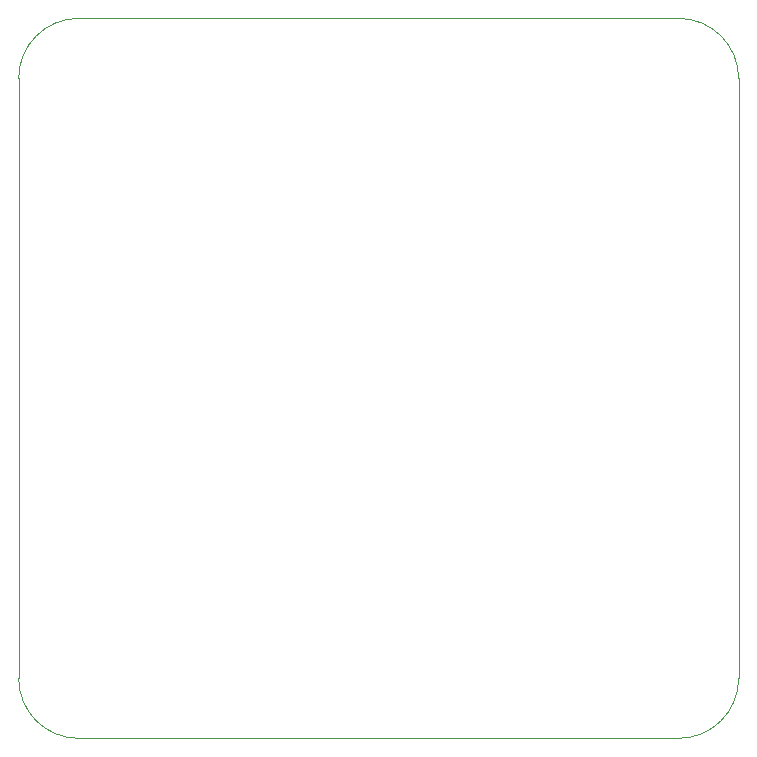
<source format=gbr>
%TF.GenerationSoftware,KiCad,Pcbnew,(6.0.5)*%
%TF.CreationDate,2022-07-26T20:57:12+02:00*%
%TF.ProjectId,Clock,436c6f63-6b2e-46b6-9963-61645f706362,rev?*%
%TF.SameCoordinates,Original*%
%TF.FileFunction,Profile,NP*%
%FSLAX46Y46*%
G04 Gerber Fmt 4.6, Leading zero omitted, Abs format (unit mm)*
G04 Created by KiCad (PCBNEW (6.0.5)) date 2022-07-26 20:57:12*
%MOMM*%
%LPD*%
G01*
G04 APERTURE LIST*
%TA.AperFunction,Profile*%
%ADD10C,0.100000*%
%TD*%
G04 APERTURE END LIST*
D10*
X86360000Y-90170000D02*
G75*
G03*
X81280000Y-95250000I0J-5080000D01*
G01*
X86359996Y-90170000D02*
X137160004Y-90170000D01*
X137160004Y-151130000D02*
X86360004Y-151130000D01*
X81280000Y-146050000D02*
G75*
G03*
X86360004Y-151130000I5080000J0D01*
G01*
X81280000Y-95250000D02*
X81280004Y-146050000D01*
X142240000Y-95250000D02*
G75*
G03*
X137160004Y-90170000I-5080000J0D01*
G01*
X142240004Y-146050000D02*
X142240004Y-95250000D01*
X137160004Y-151130004D02*
G75*
G03*
X142240004Y-146050000I-4J5080004D01*
G01*
M02*

</source>
